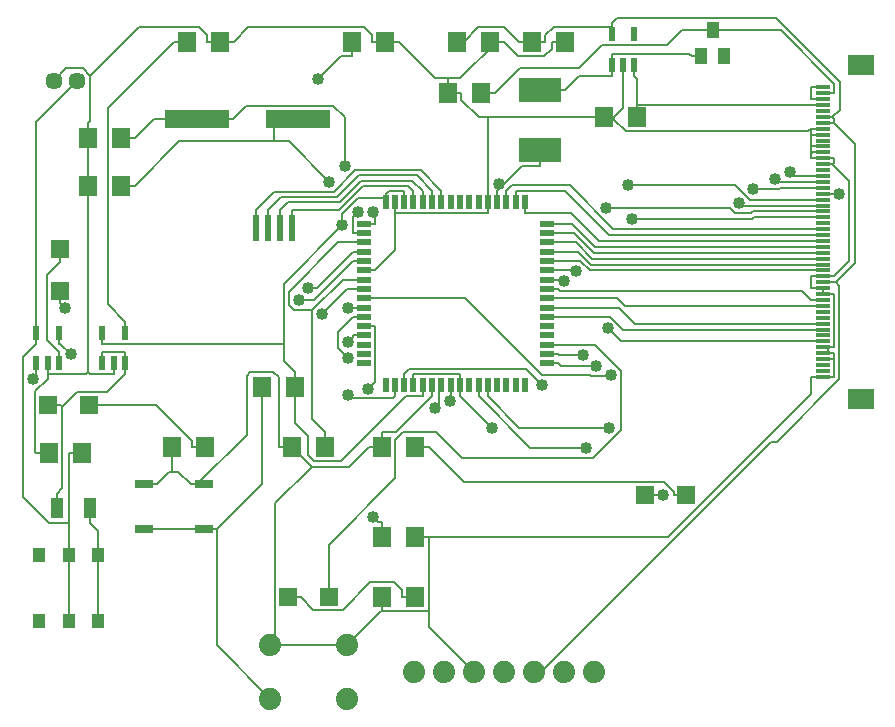
<source format=gtl>
G75*
G70*
%OFA0B0*%
%FSLAX24Y24*%
%IPPOS*%
%LPD*%
%AMOC8*
5,1,8,0,0,1.08239X$1,22.5*
%
%ADD10R,0.0512X0.0118*%
%ADD11R,0.0866X0.0709*%
%ADD12R,0.0217X0.0472*%
%ADD13R,0.0394X0.0709*%
%ADD14R,0.0220X0.0470*%
%ADD15R,0.0470X0.0220*%
%ADD16R,0.0394X0.0453*%
%ADD17R,0.0630X0.0709*%
%ADD18R,0.0236X0.0906*%
%ADD19R,0.0394X0.0551*%
%ADD20R,0.0600X0.0300*%
%ADD21R,0.2165X0.0591*%
%ADD22R,0.0591X0.0591*%
%ADD23R,0.1400X0.0800*%
%ADD24C,0.0570*%
%ADD25C,0.0740*%
%ADD26C,0.0080*%
%ADD27C,0.0400*%
D10*
X027231Y011539D03*
X027231Y011735D03*
X027231Y011932D03*
X027231Y012129D03*
X027231Y012326D03*
X027231Y012523D03*
X027231Y012720D03*
X027231Y012917D03*
X027231Y013113D03*
X027231Y013310D03*
X027231Y013507D03*
X027231Y013704D03*
X027231Y013901D03*
X027231Y014098D03*
X027231Y014294D03*
X027231Y014491D03*
X027231Y014688D03*
X027231Y014885D03*
X027231Y015082D03*
X027231Y015279D03*
X027231Y015476D03*
X027231Y015672D03*
X027231Y015869D03*
X027231Y016066D03*
X027231Y016263D03*
X027231Y016460D03*
X027231Y016657D03*
X027231Y016854D03*
X027231Y017050D03*
X027231Y017247D03*
X027231Y017444D03*
X027231Y017641D03*
X027231Y017838D03*
X027231Y018035D03*
X027231Y018231D03*
X027231Y018428D03*
X027231Y018625D03*
X027231Y018822D03*
X027231Y019019D03*
X027231Y019216D03*
X027231Y019413D03*
X027231Y019609D03*
X027231Y019806D03*
X027231Y020003D03*
X027231Y020200D03*
X027231Y020397D03*
X027231Y020594D03*
X027231Y020791D03*
X027231Y020987D03*
X027231Y021184D03*
D11*
X028511Y021932D03*
X028511Y010791D03*
D12*
X020958Y021937D03*
X020584Y021937D03*
X020210Y021937D03*
X020210Y022961D03*
X020958Y022961D03*
X003975Y013013D03*
X003227Y013013D03*
X003227Y011990D03*
X003601Y011990D03*
X003975Y011990D03*
X001775Y011990D03*
X001401Y011990D03*
X001027Y011990D03*
X001027Y013013D03*
X001775Y013013D03*
D13*
X001702Y007149D03*
X002805Y007149D03*
D14*
X012666Y011256D03*
X012976Y011256D03*
X013286Y011256D03*
X013596Y011256D03*
X013906Y011256D03*
X014216Y011256D03*
X014526Y011256D03*
X014836Y011256D03*
X015146Y011256D03*
X015456Y011256D03*
X015766Y011256D03*
X016076Y011256D03*
X016386Y011256D03*
X016696Y011256D03*
X017006Y011256D03*
X017316Y011256D03*
X017316Y017366D03*
X017006Y017366D03*
X016696Y017366D03*
X016386Y017366D03*
X016076Y017366D03*
X015766Y017366D03*
X015456Y017366D03*
X015146Y017366D03*
X014836Y017366D03*
X014526Y017366D03*
X014216Y017366D03*
X013906Y017366D03*
X013596Y017366D03*
X013286Y017366D03*
X012976Y017366D03*
X012666Y017366D03*
D15*
X011936Y016636D03*
X011936Y016326D03*
X011936Y016016D03*
X011936Y015706D03*
X011936Y015396D03*
X011936Y015086D03*
X011936Y014776D03*
X011936Y014466D03*
X011936Y014156D03*
X011936Y013846D03*
X011936Y013536D03*
X011936Y013226D03*
X011936Y012916D03*
X011936Y012606D03*
X011936Y012296D03*
X011936Y011986D03*
X018046Y011986D03*
X018046Y012296D03*
X018046Y012606D03*
X018046Y012916D03*
X018046Y013226D03*
X018046Y013536D03*
X018046Y013846D03*
X018046Y014156D03*
X018046Y014466D03*
X018046Y014776D03*
X018046Y015086D03*
X018046Y015396D03*
X018046Y015706D03*
X018046Y016016D03*
X018046Y016326D03*
X018046Y016636D03*
D16*
X001117Y003389D03*
X002101Y003389D03*
X003085Y003389D03*
X003085Y005614D03*
X002101Y005614D03*
X001117Y005614D03*
D17*
X001450Y009002D03*
X002552Y009002D03*
X005550Y009202D03*
X006652Y009202D03*
X008550Y011202D03*
X009652Y011202D03*
X009550Y009202D03*
X010652Y009202D03*
X012550Y009202D03*
X013652Y009202D03*
X013652Y006202D03*
X012550Y006202D03*
X012550Y004202D03*
X013652Y004202D03*
X003852Y017902D03*
X002750Y017902D03*
X002750Y019502D03*
X003852Y019502D03*
X006050Y022702D03*
X007152Y022702D03*
X011550Y022702D03*
X012652Y022702D03*
X014750Y021002D03*
X015852Y021002D03*
X016152Y022702D03*
X015050Y022702D03*
X017550Y022702D03*
X018652Y022702D03*
X019950Y020202D03*
X021052Y020202D03*
D18*
X009534Y016510D03*
X009140Y016510D03*
X008746Y016510D03*
X008353Y016510D03*
D19*
X023192Y022222D03*
X023940Y022222D03*
X023566Y023088D03*
D20*
X006601Y007952D03*
X006601Y006452D03*
X004601Y006452D03*
X004601Y007952D03*
D21*
X006369Y020146D03*
X009754Y020146D03*
D22*
X001801Y015791D03*
X001801Y014413D03*
X001412Y010602D03*
X002790Y010602D03*
X009412Y004202D03*
X010790Y004202D03*
X021312Y007602D03*
X022690Y007602D03*
D23*
X017801Y019102D03*
X017801Y021102D03*
D24*
X002394Y021402D03*
X001607Y021402D03*
D25*
X008821Y002592D03*
X008821Y000812D03*
X011381Y000812D03*
X011381Y002592D03*
X013601Y001702D03*
X014601Y001702D03*
X015601Y001702D03*
X016601Y001702D03*
X017601Y001702D03*
X018601Y001702D03*
X019601Y001702D03*
D26*
X017841Y001702D02*
X025509Y009370D01*
X025703Y009370D01*
X027796Y011463D01*
X027796Y014572D01*
X027680Y014688D01*
X028315Y015323D01*
X028315Y019306D01*
X027617Y020003D01*
X027231Y020003D01*
X027231Y019806D02*
X026846Y019806D01*
X026846Y019609D01*
X026888Y019609D01*
X027231Y019609D01*
X027231Y019216D02*
X026846Y019216D01*
X026846Y019019D01*
X026903Y019019D01*
X026946Y019019D01*
X027231Y019019D01*
X027231Y018822D02*
X027617Y018822D01*
X027617Y018680D01*
X027562Y018625D01*
X027424Y018625D01*
X027231Y018625D01*
X027231Y018822D02*
X026846Y018822D01*
X026846Y018961D01*
X026903Y019019D01*
X026846Y019216D02*
X026846Y019609D01*
X026756Y019717D02*
X026846Y019806D01*
X026756Y019717D02*
X020677Y019717D01*
X020283Y020111D01*
X020283Y020202D01*
X020061Y020202D01*
X019950Y020202D01*
X016076Y020202D01*
X016076Y017366D01*
X016076Y017001D01*
X012976Y017001D01*
X012976Y017366D01*
X012666Y017366D02*
X012666Y017509D01*
X011763Y017509D01*
X011229Y016975D01*
X011229Y016587D01*
X009266Y014624D01*
X009266Y012647D01*
X003227Y012647D01*
X003227Y013013D01*
X003227Y012356D02*
X003975Y012356D01*
X003975Y011990D01*
X003975Y011934D01*
X003975Y011623D01*
X003378Y011027D01*
X002377Y011027D01*
X001895Y010544D01*
X001837Y010602D01*
X001823Y010602D01*
X001412Y010602D01*
X001895Y010544D02*
X001895Y007825D01*
X001702Y007633D01*
X001702Y007149D01*
X001430Y006663D02*
X002101Y006663D01*
X002101Y008995D01*
X002107Y009002D01*
X002552Y009002D01*
X001450Y009002D02*
X001005Y009002D01*
X000986Y009020D01*
X000986Y011054D01*
X001401Y011468D01*
X001401Y011623D01*
X001401Y011990D01*
X001775Y011990D02*
X001775Y012356D01*
X001375Y012755D01*
X001375Y014940D01*
X001801Y015365D01*
X001801Y015791D01*
X001801Y014413D02*
X001801Y013987D01*
X001970Y013818D01*
X001775Y013013D02*
X001775Y012647D01*
X001810Y012647D01*
X002173Y012284D01*
X002750Y011682D02*
X002809Y011623D01*
X003601Y011623D01*
X003601Y011990D01*
X003227Y011990D02*
X003227Y012356D01*
X002750Y011682D02*
X002750Y017417D01*
X002750Y017902D01*
X002750Y019502D01*
X002750Y019986D01*
X002814Y020051D01*
X002814Y021569D01*
X004432Y023186D01*
X006445Y023186D01*
X006707Y022924D01*
X006707Y022702D01*
X007152Y022702D01*
X007597Y022702D01*
X008081Y023186D01*
X011945Y023186D01*
X012207Y022924D01*
X012207Y022702D01*
X012652Y022702D01*
X013097Y022702D01*
X014313Y021486D01*
X014750Y021486D01*
X014750Y021002D01*
X015195Y021002D01*
X015195Y020779D01*
X015772Y020202D01*
X016076Y020202D01*
X016297Y021002D02*
X015852Y021002D01*
X016297Y021002D02*
X017135Y021839D01*
X019128Y021839D01*
X019883Y022594D01*
X022048Y022594D01*
X022542Y023088D01*
X023566Y023088D01*
X025830Y023088D01*
X027617Y021301D01*
X027617Y020987D01*
X027231Y020987D01*
X027231Y020791D02*
X026846Y020791D01*
X026846Y021184D01*
X027231Y021184D01*
X027799Y021363D02*
X025669Y023494D01*
X020377Y023494D01*
X020210Y023327D01*
X020210Y023214D01*
X020210Y022961D01*
X020210Y023214D02*
X018284Y023214D01*
X017995Y022924D01*
X017995Y022702D01*
X017550Y022702D01*
X017105Y022702D01*
X016620Y023186D01*
X015757Y023186D01*
X015272Y022702D01*
X015050Y022702D01*
X016152Y022702D02*
X016374Y022702D01*
X016597Y022702D01*
X017081Y022217D01*
X017945Y022217D01*
X018207Y022479D01*
X018207Y022702D01*
X018652Y022702D01*
X019100Y021571D02*
X018631Y021102D01*
X017801Y021102D01*
X019100Y021571D02*
X020210Y021571D01*
X020210Y021754D01*
X020210Y021937D01*
X020210Y022303D01*
X022784Y022303D01*
X022865Y022222D01*
X023192Y022222D01*
X020958Y021937D02*
X020958Y021571D01*
X021052Y021477D01*
X021052Y020593D01*
X021052Y020202D01*
X021052Y020593D02*
X026845Y020593D01*
X026846Y020594D01*
X027231Y020594D01*
X027231Y020200D02*
X027424Y020200D01*
X027562Y020200D01*
X027617Y020145D01*
X027617Y020003D01*
X027562Y020200D02*
X027799Y020437D01*
X027799Y021363D01*
X027562Y018625D02*
X028128Y018059D01*
X028128Y015396D01*
X027617Y014885D01*
X027231Y014885D01*
X026846Y014885D01*
X026846Y014491D01*
X027231Y014491D01*
X027231Y014294D01*
X027617Y014294D01*
X027617Y012523D01*
X027424Y012523D01*
X027424Y012326D01*
X027231Y012326D01*
X027424Y012326D02*
X027575Y012326D01*
X027617Y012283D01*
X027617Y012129D01*
X027231Y012129D01*
X027617Y012129D02*
X027617Y011539D01*
X027231Y011539D01*
X026846Y011539D01*
X026846Y010976D01*
X022071Y006202D01*
X014097Y006202D01*
X013652Y006202D01*
X014097Y006202D02*
X014097Y003717D01*
X014097Y003205D01*
X015601Y001702D01*
X017601Y001702D02*
X017841Y001702D01*
X014097Y003717D02*
X012550Y003717D01*
X012550Y004202D01*
X012550Y003717D02*
X012506Y003717D01*
X011381Y002592D01*
X008986Y002592D01*
X008821Y002592D01*
X008986Y002592D02*
X008986Y007324D01*
X010207Y008545D01*
X011448Y008545D01*
X012105Y009202D01*
X012550Y009202D01*
X012550Y009686D01*
X013011Y009686D01*
X014216Y010891D01*
X014216Y011256D01*
X014456Y011186D02*
X014456Y010655D01*
X014311Y010510D01*
X014798Y010724D02*
X014836Y010762D01*
X014836Y011256D01*
X014526Y011256D02*
X014456Y011186D01*
X013906Y011256D02*
X013906Y010891D01*
X013357Y010891D01*
X011183Y008717D01*
X010281Y008717D01*
X010080Y008918D01*
X010080Y009558D01*
X009652Y009986D01*
X009652Y011202D01*
X009652Y011444D01*
X009652Y011686D01*
X009266Y012071D01*
X009266Y012647D01*
X008927Y011694D02*
X008162Y011694D01*
X008046Y011579D01*
X008046Y009612D01*
X006386Y007952D01*
X006601Y007952D01*
X006386Y007952D02*
X006171Y007952D01*
X005746Y008376D01*
X005550Y008376D01*
X005550Y008717D01*
X005550Y009202D01*
X006207Y009202D02*
X006652Y009202D01*
X006207Y009202D02*
X006207Y009410D01*
X005016Y010602D01*
X002790Y010602D01*
X002691Y011623D02*
X002750Y011682D01*
X002691Y011623D02*
X001401Y011623D01*
X001027Y011623D02*
X000909Y011506D01*
X000909Y011458D01*
X001027Y011623D02*
X001027Y011990D01*
X000564Y012185D02*
X000564Y007529D01*
X001430Y006663D01*
X002101Y006663D02*
X002101Y005614D01*
X002101Y003746D01*
X002101Y003389D01*
X003085Y003389D02*
X003085Y005614D01*
X003085Y006384D01*
X002805Y006664D01*
X002805Y007149D01*
X004601Y006452D02*
X006601Y006452D01*
X007031Y006452D01*
X007031Y002602D01*
X008821Y000812D01*
X010262Y003776D02*
X009837Y004202D01*
X009412Y004202D01*
X010262Y003776D02*
X011236Y003776D01*
X012146Y004686D01*
X012945Y004686D01*
X013207Y004424D01*
X013207Y004202D01*
X013652Y004202D01*
X012550Y006202D02*
X012550Y006686D01*
X012402Y006686D01*
X012240Y006848D01*
X012995Y008149D02*
X012995Y009426D01*
X013254Y009686D01*
X014363Y009686D01*
X015203Y008845D01*
X019591Y008845D01*
X020524Y009777D01*
X020524Y011724D01*
X019641Y012606D01*
X018046Y012606D01*
X018046Y012296D02*
X018411Y012296D01*
X018437Y012271D01*
X019234Y012271D01*
X019664Y011890D02*
X018507Y011890D01*
X018411Y011986D01*
X018046Y011986D01*
X017895Y011582D02*
X019505Y011582D01*
X019527Y011560D01*
X020160Y011560D01*
X020182Y011582D01*
X020509Y012720D02*
X020065Y013164D01*
X020159Y013536D02*
X018046Y013536D01*
X018046Y013846D02*
X020458Y013846D01*
X020994Y013310D01*
X027231Y013310D01*
X027231Y013113D02*
X020582Y013113D01*
X020159Y013536D01*
X020644Y013901D02*
X020389Y014156D01*
X018046Y014156D01*
X018046Y014466D02*
X018411Y014466D01*
X018481Y014396D01*
X026547Y014396D01*
X026846Y014098D01*
X027231Y014098D01*
X027231Y013901D02*
X020644Y013901D01*
X020509Y012720D02*
X027231Y012720D01*
X027231Y012523D02*
X027424Y012523D01*
X027617Y014688D02*
X027231Y014688D01*
X027617Y014688D02*
X027680Y014688D01*
X027231Y015082D02*
X019472Y015082D01*
X019158Y015396D01*
X018411Y015396D01*
X018046Y015396D01*
X018046Y015086D02*
X018411Y015086D01*
X019001Y015086D01*
X019029Y015058D01*
X018610Y014734D02*
X018453Y014734D01*
X018411Y014776D01*
X018046Y014776D01*
X018046Y015706D02*
X018411Y015706D01*
X019088Y015706D01*
X019516Y015279D01*
X027231Y015279D01*
X027231Y015476D02*
X019559Y015476D01*
X019019Y016016D01*
X018411Y016016D01*
X018046Y016016D01*
X018046Y016326D02*
X018949Y016326D01*
X019603Y015672D01*
X027231Y015672D01*
X027231Y015869D02*
X019646Y015869D01*
X018880Y016636D01*
X018046Y016636D01*
X017316Y017001D02*
X018841Y017001D01*
X019775Y016066D01*
X027231Y016066D01*
X027231Y016263D02*
X020102Y016263D01*
X018634Y017731D01*
X017006Y017731D01*
X017006Y017366D01*
X016696Y017366D02*
X016696Y017731D01*
X016886Y017920D01*
X018798Y017920D01*
X020258Y016460D01*
X027231Y016460D01*
X027231Y016854D02*
X024943Y016854D01*
X024885Y016796D01*
X020875Y016796D01*
X020014Y017171D02*
X024138Y017171D01*
X024327Y016982D01*
X024830Y016982D01*
X024899Y017050D01*
X026846Y017050D01*
X027231Y017050D01*
X027231Y017247D02*
X024529Y017247D01*
X024459Y017317D01*
X024799Y017444D02*
X024298Y017945D01*
X020754Y017945D01*
X020283Y020202D02*
X020584Y020502D01*
X020584Y021937D01*
X017801Y019102D02*
X017801Y018572D01*
X017227Y018572D01*
X016537Y017882D01*
X016455Y017964D01*
X016537Y017882D02*
X016386Y017731D01*
X016386Y017366D01*
X017316Y017366D02*
X017316Y017001D01*
X014526Y017366D02*
X014526Y017731D01*
X013835Y018423D01*
X011654Y018423D01*
X010932Y017701D01*
X008960Y017701D01*
X008353Y017093D01*
X008353Y016510D01*
X008746Y016510D02*
X008746Y017093D01*
X009184Y017531D01*
X011063Y017531D01*
X011783Y018250D01*
X013697Y018250D01*
X014216Y017731D01*
X014216Y017366D01*
X013906Y017366D02*
X013906Y017731D01*
X013557Y018080D01*
X011853Y018080D01*
X011134Y017361D01*
X009408Y017361D01*
X009140Y017093D01*
X009140Y016510D01*
X009534Y016510D02*
X009534Y017093D01*
X011107Y017093D01*
X011924Y017910D01*
X013417Y017910D01*
X013596Y017731D01*
X013596Y017366D01*
X013286Y017366D02*
X013286Y017731D01*
X012780Y017731D01*
X012666Y017617D01*
X012666Y017509D01*
X012259Y017042D02*
X012301Y016999D01*
X012301Y016636D01*
X011936Y016636D01*
X011936Y016326D02*
X011571Y016326D01*
X011571Y016850D01*
X011763Y017042D01*
X012976Y017001D02*
X012976Y015761D01*
X012301Y015086D01*
X011936Y015086D01*
X011936Y015396D02*
X011571Y015396D01*
X010271Y014096D01*
X009790Y014096D01*
X009629Y013763D02*
X009446Y013946D01*
X009446Y014372D01*
X011089Y016016D01*
X011936Y016016D01*
X011936Y015706D02*
X011571Y015706D01*
X010379Y014514D01*
X010066Y014514D01*
X010217Y013763D02*
X009629Y013763D01*
X010217Y013763D02*
X011230Y014776D01*
X011571Y014776D01*
X011936Y014776D01*
X011936Y014466D02*
X011387Y014466D01*
X010560Y013639D01*
X010217Y013763D02*
X010217Y010120D01*
X010652Y009686D01*
X010652Y009202D01*
X010207Y008545D02*
X009550Y009202D01*
X009105Y009202D01*
X009105Y011516D01*
X008927Y011694D01*
X008550Y011202D02*
X008550Y007970D01*
X007031Y006452D01*
X005455Y008376D02*
X005031Y007952D01*
X004601Y007952D01*
X005455Y008376D02*
X005550Y008376D01*
X010790Y005944D02*
X010790Y004202D01*
X010790Y005944D02*
X012995Y008149D01*
X013652Y009202D02*
X014097Y009202D01*
X015272Y008027D01*
X021946Y008027D01*
X022264Y007708D01*
X022264Y007602D01*
X022690Y007602D01*
X021899Y007595D02*
X021744Y007595D01*
X021737Y007602D01*
X021312Y007602D01*
X019357Y009175D02*
X017482Y009175D01*
X015766Y010891D01*
X015766Y011256D01*
X016076Y011256D02*
X016076Y010891D01*
X017121Y009847D01*
X020123Y009847D01*
X017890Y011249D02*
X017347Y011792D01*
X013458Y011792D01*
X013286Y011621D01*
X013286Y011256D01*
X012976Y011256D02*
X012976Y010891D01*
X012902Y010816D01*
X011542Y010816D01*
X011427Y010931D01*
X012089Y011146D02*
X012301Y011359D01*
X012301Y013226D01*
X011936Y013226D01*
X011936Y012916D02*
X011571Y012916D01*
X011571Y012861D01*
X011409Y012698D01*
X011072Y012505D02*
X011402Y012175D01*
X011072Y012505D02*
X011072Y013036D01*
X011571Y013536D01*
X011936Y013536D01*
X011936Y013846D02*
X011411Y013846D01*
X011936Y014156D02*
X015321Y014156D01*
X017895Y011582D01*
X016212Y009837D02*
X015158Y010891D01*
X015146Y010891D01*
X015146Y011256D01*
X015146Y011621D01*
X013596Y011621D01*
X013596Y011256D01*
X010795Y018031D02*
X009434Y019392D01*
X008951Y019392D01*
X008951Y020146D01*
X009754Y020146D01*
X008951Y019392D02*
X005787Y019392D01*
X004297Y017902D01*
X003852Y017902D01*
X003852Y019502D02*
X004297Y019502D01*
X004941Y020146D01*
X006369Y020146D01*
X007581Y020146D01*
X008007Y020571D01*
X010921Y020571D01*
X011300Y020193D01*
X011300Y018554D01*
X010413Y021463D02*
X011167Y022217D01*
X011550Y022217D01*
X011550Y022702D01*
X014750Y021486D02*
X015159Y021486D01*
X016374Y022702D01*
X024918Y017798D02*
X025778Y017798D01*
X025818Y017838D01*
X027231Y017838D01*
X027231Y018035D02*
X025735Y018035D01*
X025641Y018128D01*
X026135Y018370D02*
X026274Y018231D01*
X027231Y018231D01*
X027231Y017641D02*
X027617Y017641D01*
X027779Y017641D01*
X027231Y017444D02*
X024799Y017444D01*
X006050Y022702D02*
X005605Y022702D01*
X003407Y020504D01*
X003407Y013948D01*
X003975Y013380D01*
X003975Y013013D01*
X001027Y013013D02*
X001027Y012647D01*
X000564Y012185D01*
X001027Y013013D02*
X001027Y020034D01*
X002394Y021402D01*
X002566Y021817D02*
X002022Y021817D01*
X001607Y021402D01*
X002566Y021817D02*
X002814Y021569D01*
D27*
X010413Y021463D03*
X011300Y018554D03*
X010795Y018031D03*
X011763Y017042D03*
X012259Y017042D03*
X011229Y016587D03*
X010066Y014514D03*
X009790Y014096D03*
X010560Y013639D03*
X011411Y013846D03*
X011409Y012698D03*
X011402Y012175D03*
X012089Y011146D03*
X011427Y010931D03*
X014311Y010510D03*
X014798Y010724D03*
X016212Y009837D03*
X017890Y011249D03*
X019234Y012271D03*
X019664Y011890D03*
X020182Y011582D03*
X020065Y013164D03*
X018610Y014734D03*
X019029Y015058D03*
X020875Y016796D03*
X020014Y017171D03*
X020754Y017945D03*
X024459Y017317D03*
X024918Y017798D03*
X025641Y018128D03*
X026135Y018370D03*
X027779Y017641D03*
X020123Y009847D03*
X019357Y009175D03*
X021899Y007595D03*
X012240Y006848D03*
X002173Y012284D03*
X000909Y011458D03*
X001970Y013818D03*
X016455Y017964D03*
M02*

</source>
